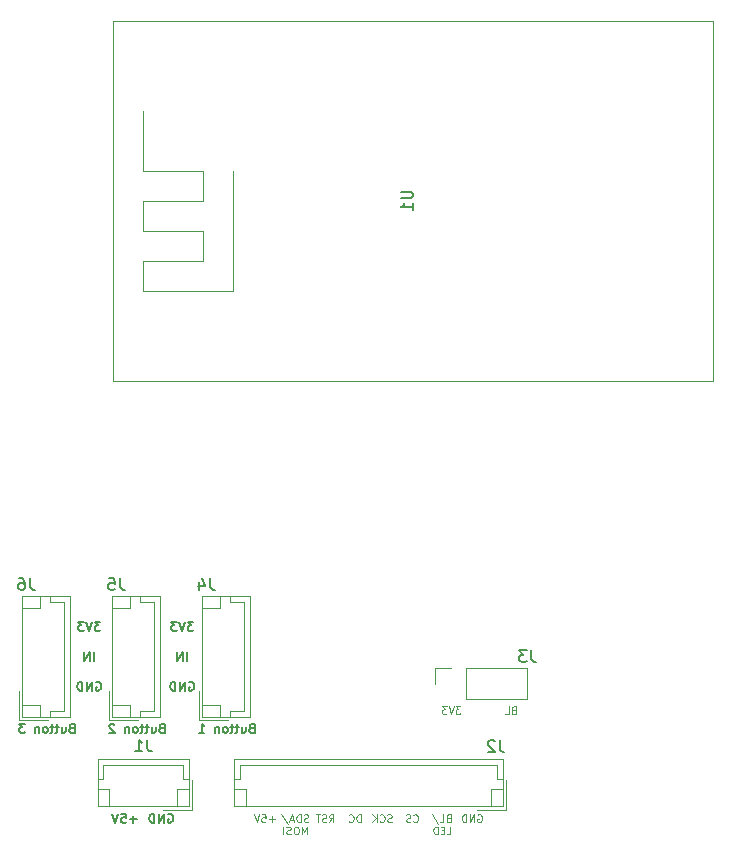
<source format=gbr>
%TF.GenerationSoftware,KiCad,Pcbnew,6.0.7*%
%TF.CreationDate,2022-11-18T13:15:14+01:00*%
%TF.ProjectId,game_board,67616d65-5f62-46f6-9172-642e6b696361,rev?*%
%TF.SameCoordinates,Original*%
%TF.FileFunction,Legend,Bot*%
%TF.FilePolarity,Positive*%
%FSLAX46Y46*%
G04 Gerber Fmt 4.6, Leading zero omitted, Abs format (unit mm)*
G04 Created by KiCad (PCBNEW 6.0.7) date 2022-11-18 13:15:14*
%MOMM*%
%LPD*%
G01*
G04 APERTURE LIST*
%ADD10C,0.101600*%
%ADD11C,0.150000*%
%ADD12C,0.120000*%
G04 APERTURE END LIST*
D10*
X208669809Y-230822500D02*
X208730285Y-230792261D01*
X208821000Y-230792261D01*
X208911714Y-230822500D01*
X208972190Y-230882976D01*
X209002428Y-230943452D01*
X209032666Y-231064404D01*
X209032666Y-231155119D01*
X209002428Y-231276071D01*
X208972190Y-231336547D01*
X208911714Y-231397023D01*
X208821000Y-231427261D01*
X208760523Y-231427261D01*
X208669809Y-231397023D01*
X208639571Y-231366785D01*
X208639571Y-231155119D01*
X208760523Y-231155119D01*
X208367428Y-231427261D02*
X208367428Y-230792261D01*
X208004571Y-231427261D01*
X208004571Y-230792261D01*
X207702190Y-231427261D02*
X207702190Y-230792261D01*
X207551000Y-230792261D01*
X207460285Y-230822500D01*
X207399809Y-230882976D01*
X207369571Y-230943452D01*
X207339333Y-231064404D01*
X207339333Y-231155119D01*
X207369571Y-231276071D01*
X207399809Y-231336547D01*
X207460285Y-231397023D01*
X207551000Y-231427261D01*
X207702190Y-231427261D01*
X206190285Y-231091467D02*
X206099571Y-231121705D01*
X206069333Y-231151944D01*
X206039095Y-231212420D01*
X206039095Y-231303134D01*
X206069333Y-231363610D01*
X206099571Y-231393848D01*
X206160047Y-231424086D01*
X206401952Y-231424086D01*
X206401952Y-230789086D01*
X206190285Y-230789086D01*
X206129809Y-230819325D01*
X206099571Y-230849563D01*
X206069333Y-230910039D01*
X206069333Y-230970515D01*
X206099571Y-231030991D01*
X206129809Y-231061229D01*
X206190285Y-231091467D01*
X206401952Y-231091467D01*
X205464571Y-231424086D02*
X205766952Y-231424086D01*
X205766952Y-230789086D01*
X204799333Y-230758848D02*
X205343619Y-231575277D01*
X206054214Y-232446436D02*
X206356595Y-232446436D01*
X206356595Y-231811436D01*
X205842547Y-232113817D02*
X205630880Y-232113817D01*
X205540166Y-232446436D02*
X205842547Y-232446436D01*
X205842547Y-231811436D01*
X205540166Y-231811436D01*
X205268023Y-232446436D02*
X205268023Y-231811436D01*
X205116833Y-231811436D01*
X205026119Y-231841675D01*
X204965642Y-231902151D01*
X204935404Y-231962627D01*
X204905166Y-232083579D01*
X204905166Y-232174294D01*
X204935404Y-232295246D01*
X204965642Y-232355722D01*
X205026119Y-232416198D01*
X205116833Y-232446436D01*
X205268023Y-232446436D01*
D11*
X179795714Y-231194428D02*
X179215142Y-231194428D01*
X179505428Y-231484714D02*
X179505428Y-230904142D01*
X178489428Y-230722714D02*
X178852285Y-230722714D01*
X178888571Y-231085571D01*
X178852285Y-231049285D01*
X178779714Y-231013000D01*
X178598285Y-231013000D01*
X178525714Y-231049285D01*
X178489428Y-231085571D01*
X178453142Y-231158142D01*
X178453142Y-231339571D01*
X178489428Y-231412142D01*
X178525714Y-231448428D01*
X178598285Y-231484714D01*
X178779714Y-231484714D01*
X178852285Y-231448428D01*
X178888571Y-231412142D01*
X178235428Y-230722714D02*
X177981428Y-231484714D01*
X177727428Y-230722714D01*
X189520285Y-223465571D02*
X189411428Y-223501857D01*
X189375142Y-223538142D01*
X189338857Y-223610714D01*
X189338857Y-223719571D01*
X189375142Y-223792142D01*
X189411428Y-223828428D01*
X189484000Y-223864714D01*
X189774285Y-223864714D01*
X189774285Y-223102714D01*
X189520285Y-223102714D01*
X189447714Y-223139000D01*
X189411428Y-223175285D01*
X189375142Y-223247857D01*
X189375142Y-223320428D01*
X189411428Y-223393000D01*
X189447714Y-223429285D01*
X189520285Y-223465571D01*
X189774285Y-223465571D01*
X188685714Y-223356714D02*
X188685714Y-223864714D01*
X189012285Y-223356714D02*
X189012285Y-223755857D01*
X188976000Y-223828428D01*
X188903428Y-223864714D01*
X188794571Y-223864714D01*
X188722000Y-223828428D01*
X188685714Y-223792142D01*
X188431714Y-223356714D02*
X188141428Y-223356714D01*
X188322857Y-223102714D02*
X188322857Y-223755857D01*
X188286571Y-223828428D01*
X188214000Y-223864714D01*
X188141428Y-223864714D01*
X187996285Y-223356714D02*
X187706000Y-223356714D01*
X187887428Y-223102714D02*
X187887428Y-223755857D01*
X187851142Y-223828428D01*
X187778571Y-223864714D01*
X187706000Y-223864714D01*
X187343142Y-223864714D02*
X187415714Y-223828428D01*
X187452000Y-223792142D01*
X187488285Y-223719571D01*
X187488285Y-223501857D01*
X187452000Y-223429285D01*
X187415714Y-223393000D01*
X187343142Y-223356714D01*
X187234285Y-223356714D01*
X187161714Y-223393000D01*
X187125428Y-223429285D01*
X187089142Y-223501857D01*
X187089142Y-223719571D01*
X187125428Y-223792142D01*
X187161714Y-223828428D01*
X187234285Y-223864714D01*
X187343142Y-223864714D01*
X186762571Y-223356714D02*
X186762571Y-223864714D01*
X186762571Y-223429285D02*
X186726285Y-223393000D01*
X186653714Y-223356714D01*
X186544857Y-223356714D01*
X186472285Y-223393000D01*
X186436000Y-223465571D01*
X186436000Y-223864714D01*
X185093428Y-223864714D02*
X185528857Y-223864714D01*
X185311142Y-223864714D02*
X185311142Y-223102714D01*
X185383714Y-223211571D01*
X185456285Y-223284142D01*
X185528857Y-223320428D01*
X176711428Y-214466714D02*
X176239714Y-214466714D01*
X176493714Y-214757000D01*
X176384857Y-214757000D01*
X176312285Y-214793285D01*
X176276000Y-214829571D01*
X176239714Y-214902142D01*
X176239714Y-215083571D01*
X176276000Y-215156142D01*
X176312285Y-215192428D01*
X176384857Y-215228714D01*
X176602571Y-215228714D01*
X176675142Y-215192428D01*
X176711428Y-215156142D01*
X176022000Y-214466714D02*
X175768000Y-215228714D01*
X175514000Y-214466714D01*
X175332571Y-214466714D02*
X174860857Y-214466714D01*
X175114857Y-214757000D01*
X175006000Y-214757000D01*
X174933428Y-214793285D01*
X174897142Y-214829571D01*
X174860857Y-214902142D01*
X174860857Y-215083571D01*
X174897142Y-215156142D01*
X174933428Y-215192428D01*
X175006000Y-215228714D01*
X175223714Y-215228714D01*
X175296285Y-215192428D01*
X175332571Y-215156142D01*
D10*
X198763809Y-231427261D02*
X198763809Y-230792261D01*
X198612619Y-230792261D01*
X198521904Y-230822500D01*
X198461428Y-230882976D01*
X198431190Y-230943452D01*
X198400952Y-231064404D01*
X198400952Y-231155119D01*
X198431190Y-231276071D01*
X198461428Y-231336547D01*
X198521904Y-231397023D01*
X198612619Y-231427261D01*
X198763809Y-231427261D01*
X197765952Y-231366785D02*
X197796190Y-231397023D01*
X197886904Y-231427261D01*
X197947380Y-231427261D01*
X198038095Y-231397023D01*
X198098571Y-231336547D01*
X198128809Y-231276071D01*
X198159047Y-231155119D01*
X198159047Y-231064404D01*
X198128809Y-230943452D01*
X198098571Y-230882976D01*
X198038095Y-230822500D01*
X197947380Y-230792261D01*
X197886904Y-230792261D01*
X197796190Y-230822500D01*
X197765952Y-230852738D01*
X191476428Y-231185357D02*
X190992619Y-231185357D01*
X191234523Y-231427261D02*
X191234523Y-230943452D01*
X190387857Y-230792261D02*
X190690238Y-230792261D01*
X190720476Y-231094642D01*
X190690238Y-231064404D01*
X190629761Y-231034166D01*
X190478571Y-231034166D01*
X190418095Y-231064404D01*
X190387857Y-231094642D01*
X190357619Y-231155119D01*
X190357619Y-231306309D01*
X190387857Y-231366785D01*
X190418095Y-231397023D01*
X190478571Y-231427261D01*
X190629761Y-231427261D01*
X190690238Y-231397023D01*
X190720476Y-231366785D01*
X190176190Y-230792261D02*
X189964523Y-231427261D01*
X189752857Y-230792261D01*
D11*
X184041142Y-217768714D02*
X184041142Y-217006714D01*
X183678285Y-217768714D02*
X183678285Y-217006714D01*
X183242857Y-217768714D01*
X183242857Y-217006714D01*
X176348571Y-219583000D02*
X176421142Y-219546714D01*
X176530000Y-219546714D01*
X176638857Y-219583000D01*
X176711428Y-219655571D01*
X176747714Y-219728142D01*
X176784000Y-219873285D01*
X176784000Y-219982142D01*
X176747714Y-220127285D01*
X176711428Y-220199857D01*
X176638857Y-220272428D01*
X176530000Y-220308714D01*
X176457428Y-220308714D01*
X176348571Y-220272428D01*
X176312285Y-220236142D01*
X176312285Y-219982142D01*
X176457428Y-219982142D01*
X175985714Y-220308714D02*
X175985714Y-219546714D01*
X175550285Y-220308714D01*
X175550285Y-219546714D01*
X175187428Y-220308714D02*
X175187428Y-219546714D01*
X175006000Y-219546714D01*
X174897142Y-219583000D01*
X174824571Y-219655571D01*
X174788285Y-219728142D01*
X174752000Y-219873285D01*
X174752000Y-219982142D01*
X174788285Y-220127285D01*
X174824571Y-220199857D01*
X174897142Y-220272428D01*
X175006000Y-220308714D01*
X175187428Y-220308714D01*
D10*
X211699666Y-221950642D02*
X211608952Y-221980880D01*
X211578714Y-222011119D01*
X211548476Y-222071595D01*
X211548476Y-222162309D01*
X211578714Y-222222785D01*
X211608952Y-222253023D01*
X211669428Y-222283261D01*
X211911333Y-222283261D01*
X211911333Y-221648261D01*
X211699666Y-221648261D01*
X211639190Y-221678500D01*
X211608952Y-221708738D01*
X211578714Y-221769214D01*
X211578714Y-221829690D01*
X211608952Y-221890166D01*
X211639190Y-221920404D01*
X211699666Y-221950642D01*
X211911333Y-221950642D01*
X210973952Y-222283261D02*
X211276333Y-222283261D01*
X211276333Y-221648261D01*
D11*
X176167142Y-217768714D02*
X176167142Y-217006714D01*
X175804285Y-217768714D02*
X175804285Y-217006714D01*
X175368857Y-217768714D01*
X175368857Y-217006714D01*
X184222571Y-219583000D02*
X184295142Y-219546714D01*
X184404000Y-219546714D01*
X184512857Y-219583000D01*
X184585428Y-219655571D01*
X184621714Y-219728142D01*
X184658000Y-219873285D01*
X184658000Y-219982142D01*
X184621714Y-220127285D01*
X184585428Y-220199857D01*
X184512857Y-220272428D01*
X184404000Y-220308714D01*
X184331428Y-220308714D01*
X184222571Y-220272428D01*
X184186285Y-220236142D01*
X184186285Y-219982142D01*
X184331428Y-219982142D01*
X183859714Y-220308714D02*
X183859714Y-219546714D01*
X183424285Y-220308714D01*
X183424285Y-219546714D01*
X183061428Y-220308714D02*
X183061428Y-219546714D01*
X182880000Y-219546714D01*
X182771142Y-219583000D01*
X182698571Y-219655571D01*
X182662285Y-219728142D01*
X182626000Y-219873285D01*
X182626000Y-219982142D01*
X182662285Y-220127285D01*
X182698571Y-220199857D01*
X182771142Y-220272428D01*
X182880000Y-220308714D01*
X183061428Y-220308714D01*
D10*
X196087738Y-231427261D02*
X196299404Y-231124880D01*
X196450595Y-231427261D02*
X196450595Y-230792261D01*
X196208690Y-230792261D01*
X196148214Y-230822500D01*
X196117976Y-230852738D01*
X196087738Y-230913214D01*
X196087738Y-231003928D01*
X196117976Y-231064404D01*
X196148214Y-231094642D01*
X196208690Y-231124880D01*
X196450595Y-231124880D01*
X195845833Y-231397023D02*
X195755119Y-231427261D01*
X195603928Y-231427261D01*
X195543452Y-231397023D01*
X195513214Y-231366785D01*
X195482976Y-231306309D01*
X195482976Y-231245833D01*
X195513214Y-231185357D01*
X195543452Y-231155119D01*
X195603928Y-231124880D01*
X195724880Y-231094642D01*
X195785357Y-231064404D01*
X195815595Y-231034166D01*
X195845833Y-230973690D01*
X195845833Y-230913214D01*
X195815595Y-230852738D01*
X195785357Y-230822500D01*
X195724880Y-230792261D01*
X195573690Y-230792261D01*
X195482976Y-230822500D01*
X195301547Y-230792261D02*
X194938690Y-230792261D01*
X195120119Y-231427261D02*
X195120119Y-230792261D01*
D11*
X184585428Y-214466714D02*
X184113714Y-214466714D01*
X184367714Y-214757000D01*
X184258857Y-214757000D01*
X184186285Y-214793285D01*
X184150000Y-214829571D01*
X184113714Y-214902142D01*
X184113714Y-215083571D01*
X184150000Y-215156142D01*
X184186285Y-215192428D01*
X184258857Y-215228714D01*
X184476571Y-215228714D01*
X184549142Y-215192428D01*
X184585428Y-215156142D01*
X183896000Y-214466714D02*
X183642000Y-215228714D01*
X183388000Y-214466714D01*
X183206571Y-214466714D02*
X182734857Y-214466714D01*
X182988857Y-214757000D01*
X182880000Y-214757000D01*
X182807428Y-214793285D01*
X182771142Y-214829571D01*
X182734857Y-214902142D01*
X182734857Y-215083571D01*
X182771142Y-215156142D01*
X182807428Y-215192428D01*
X182880000Y-215228714D01*
X183097714Y-215228714D01*
X183170285Y-215192428D01*
X183206571Y-215156142D01*
X174280285Y-223465571D02*
X174171428Y-223501857D01*
X174135142Y-223538142D01*
X174098857Y-223610714D01*
X174098857Y-223719571D01*
X174135142Y-223792142D01*
X174171428Y-223828428D01*
X174244000Y-223864714D01*
X174534285Y-223864714D01*
X174534285Y-223102714D01*
X174280285Y-223102714D01*
X174207714Y-223139000D01*
X174171428Y-223175285D01*
X174135142Y-223247857D01*
X174135142Y-223320428D01*
X174171428Y-223393000D01*
X174207714Y-223429285D01*
X174280285Y-223465571D01*
X174534285Y-223465571D01*
X173445714Y-223356714D02*
X173445714Y-223864714D01*
X173772285Y-223356714D02*
X173772285Y-223755857D01*
X173736000Y-223828428D01*
X173663428Y-223864714D01*
X173554571Y-223864714D01*
X173482000Y-223828428D01*
X173445714Y-223792142D01*
X173191714Y-223356714D02*
X172901428Y-223356714D01*
X173082857Y-223102714D02*
X173082857Y-223755857D01*
X173046571Y-223828428D01*
X172974000Y-223864714D01*
X172901428Y-223864714D01*
X172756285Y-223356714D02*
X172466000Y-223356714D01*
X172647428Y-223102714D02*
X172647428Y-223755857D01*
X172611142Y-223828428D01*
X172538571Y-223864714D01*
X172466000Y-223864714D01*
X172103142Y-223864714D02*
X172175714Y-223828428D01*
X172212000Y-223792142D01*
X172248285Y-223719571D01*
X172248285Y-223501857D01*
X172212000Y-223429285D01*
X172175714Y-223393000D01*
X172103142Y-223356714D01*
X171994285Y-223356714D01*
X171921714Y-223393000D01*
X171885428Y-223429285D01*
X171849142Y-223501857D01*
X171849142Y-223719571D01*
X171885428Y-223792142D01*
X171921714Y-223828428D01*
X171994285Y-223864714D01*
X172103142Y-223864714D01*
X171522571Y-223356714D02*
X171522571Y-223864714D01*
X171522571Y-223429285D02*
X171486285Y-223393000D01*
X171413714Y-223356714D01*
X171304857Y-223356714D01*
X171232285Y-223393000D01*
X171196000Y-223465571D01*
X171196000Y-223864714D01*
X170325142Y-223102714D02*
X169853428Y-223102714D01*
X170107428Y-223393000D01*
X169998571Y-223393000D01*
X169926000Y-223429285D01*
X169889714Y-223465571D01*
X169853428Y-223538142D01*
X169853428Y-223719571D01*
X169889714Y-223792142D01*
X169926000Y-223828428D01*
X169998571Y-223864714D01*
X170216285Y-223864714D01*
X170288857Y-223828428D01*
X170325142Y-223792142D01*
D10*
X207194190Y-221648261D02*
X206801095Y-221648261D01*
X207012761Y-221890166D01*
X206922047Y-221890166D01*
X206861571Y-221920404D01*
X206831333Y-221950642D01*
X206801095Y-222011119D01*
X206801095Y-222162309D01*
X206831333Y-222222785D01*
X206861571Y-222253023D01*
X206922047Y-222283261D01*
X207103476Y-222283261D01*
X207163952Y-222253023D01*
X207194190Y-222222785D01*
X206619666Y-221648261D02*
X206408000Y-222283261D01*
X206196333Y-221648261D01*
X206045142Y-221648261D02*
X205652047Y-221648261D01*
X205863714Y-221890166D01*
X205773000Y-221890166D01*
X205712523Y-221920404D01*
X205682285Y-221950642D01*
X205652047Y-222011119D01*
X205652047Y-222162309D01*
X205682285Y-222222785D01*
X205712523Y-222253023D01*
X205773000Y-222283261D01*
X205954428Y-222283261D01*
X206014904Y-222253023D01*
X206045142Y-222222785D01*
X203211833Y-231366785D02*
X203242071Y-231397023D01*
X203332785Y-231427261D01*
X203393261Y-231427261D01*
X203483976Y-231397023D01*
X203544452Y-231336547D01*
X203574690Y-231276071D01*
X203604928Y-231155119D01*
X203604928Y-231064404D01*
X203574690Y-230943452D01*
X203544452Y-230882976D01*
X203483976Y-230822500D01*
X203393261Y-230792261D01*
X203332785Y-230792261D01*
X203242071Y-230822500D01*
X203211833Y-230852738D01*
X202969928Y-231397023D02*
X202879214Y-231427261D01*
X202728023Y-231427261D01*
X202667547Y-231397023D01*
X202637309Y-231366785D01*
X202607071Y-231306309D01*
X202607071Y-231245833D01*
X202637309Y-231185357D01*
X202667547Y-231155119D01*
X202728023Y-231124880D01*
X202848976Y-231094642D01*
X202909452Y-231064404D01*
X202939690Y-231034166D01*
X202969928Y-230973690D01*
X202969928Y-230913214D01*
X202939690Y-230852738D01*
X202909452Y-230822500D01*
X202848976Y-230792261D01*
X202697785Y-230792261D01*
X202607071Y-230822500D01*
D11*
X182444571Y-230759000D02*
X182517142Y-230722714D01*
X182626000Y-230722714D01*
X182734857Y-230759000D01*
X182807428Y-230831571D01*
X182843714Y-230904142D01*
X182880000Y-231049285D01*
X182880000Y-231158142D01*
X182843714Y-231303285D01*
X182807428Y-231375857D01*
X182734857Y-231448428D01*
X182626000Y-231484714D01*
X182553428Y-231484714D01*
X182444571Y-231448428D01*
X182408285Y-231412142D01*
X182408285Y-231158142D01*
X182553428Y-231158142D01*
X182081714Y-231484714D02*
X182081714Y-230722714D01*
X181646285Y-231484714D01*
X181646285Y-230722714D01*
X181283428Y-231484714D02*
X181283428Y-230722714D01*
X181102000Y-230722714D01*
X180993142Y-230759000D01*
X180920571Y-230831571D01*
X180884285Y-230904142D01*
X180848000Y-231049285D01*
X180848000Y-231158142D01*
X180884285Y-231303285D01*
X180920571Y-231375857D01*
X180993142Y-231448428D01*
X181102000Y-231484714D01*
X181283428Y-231484714D01*
D10*
X201382428Y-231397023D02*
X201291714Y-231427261D01*
X201140523Y-231427261D01*
X201080047Y-231397023D01*
X201049809Y-231366785D01*
X201019571Y-231306309D01*
X201019571Y-231245833D01*
X201049809Y-231185357D01*
X201080047Y-231155119D01*
X201140523Y-231124880D01*
X201261476Y-231094642D01*
X201321952Y-231064404D01*
X201352190Y-231034166D01*
X201382428Y-230973690D01*
X201382428Y-230913214D01*
X201352190Y-230852738D01*
X201321952Y-230822500D01*
X201261476Y-230792261D01*
X201110285Y-230792261D01*
X201019571Y-230822500D01*
X200384571Y-231366785D02*
X200414809Y-231397023D01*
X200505523Y-231427261D01*
X200566000Y-231427261D01*
X200656714Y-231397023D01*
X200717190Y-231336547D01*
X200747428Y-231276071D01*
X200777666Y-231155119D01*
X200777666Y-231064404D01*
X200747428Y-230943452D01*
X200717190Y-230882976D01*
X200656714Y-230822500D01*
X200566000Y-230792261D01*
X200505523Y-230792261D01*
X200414809Y-230822500D01*
X200384571Y-230852738D01*
X200112428Y-231427261D02*
X200112428Y-230792261D01*
X199749571Y-231427261D02*
X200021714Y-231064404D01*
X199749571Y-230792261D02*
X200112428Y-231155119D01*
D11*
X181900285Y-223465571D02*
X181791428Y-223501857D01*
X181755142Y-223538142D01*
X181718857Y-223610714D01*
X181718857Y-223719571D01*
X181755142Y-223792142D01*
X181791428Y-223828428D01*
X181864000Y-223864714D01*
X182154285Y-223864714D01*
X182154285Y-223102714D01*
X181900285Y-223102714D01*
X181827714Y-223139000D01*
X181791428Y-223175285D01*
X181755142Y-223247857D01*
X181755142Y-223320428D01*
X181791428Y-223393000D01*
X181827714Y-223429285D01*
X181900285Y-223465571D01*
X182154285Y-223465571D01*
X181065714Y-223356714D02*
X181065714Y-223864714D01*
X181392285Y-223356714D02*
X181392285Y-223755857D01*
X181356000Y-223828428D01*
X181283428Y-223864714D01*
X181174571Y-223864714D01*
X181102000Y-223828428D01*
X181065714Y-223792142D01*
X180811714Y-223356714D02*
X180521428Y-223356714D01*
X180702857Y-223102714D02*
X180702857Y-223755857D01*
X180666571Y-223828428D01*
X180594000Y-223864714D01*
X180521428Y-223864714D01*
X180376285Y-223356714D02*
X180086000Y-223356714D01*
X180267428Y-223102714D02*
X180267428Y-223755857D01*
X180231142Y-223828428D01*
X180158571Y-223864714D01*
X180086000Y-223864714D01*
X179723142Y-223864714D02*
X179795714Y-223828428D01*
X179832000Y-223792142D01*
X179868285Y-223719571D01*
X179868285Y-223501857D01*
X179832000Y-223429285D01*
X179795714Y-223393000D01*
X179723142Y-223356714D01*
X179614285Y-223356714D01*
X179541714Y-223393000D01*
X179505428Y-223429285D01*
X179469142Y-223501857D01*
X179469142Y-223719571D01*
X179505428Y-223792142D01*
X179541714Y-223828428D01*
X179614285Y-223864714D01*
X179723142Y-223864714D01*
X179142571Y-223356714D02*
X179142571Y-223864714D01*
X179142571Y-223429285D02*
X179106285Y-223393000D01*
X179033714Y-223356714D01*
X178924857Y-223356714D01*
X178852285Y-223393000D01*
X178816000Y-223465571D01*
X178816000Y-223864714D01*
X177908857Y-223175285D02*
X177872571Y-223139000D01*
X177800000Y-223102714D01*
X177618571Y-223102714D01*
X177546000Y-223139000D01*
X177509714Y-223175285D01*
X177473428Y-223247857D01*
X177473428Y-223320428D01*
X177509714Y-223429285D01*
X177945142Y-223864714D01*
X177473428Y-223864714D01*
D10*
X194303690Y-231393848D02*
X194212976Y-231424086D01*
X194061785Y-231424086D01*
X194001309Y-231393848D01*
X193971071Y-231363610D01*
X193940833Y-231303134D01*
X193940833Y-231242658D01*
X193971071Y-231182182D01*
X194001309Y-231151944D01*
X194061785Y-231121705D01*
X194182738Y-231091467D01*
X194243214Y-231061229D01*
X194273452Y-231030991D01*
X194303690Y-230970515D01*
X194303690Y-230910039D01*
X194273452Y-230849563D01*
X194243214Y-230819325D01*
X194182738Y-230789086D01*
X194031547Y-230789086D01*
X193940833Y-230819325D01*
X193668690Y-231424086D02*
X193668690Y-230789086D01*
X193517500Y-230789086D01*
X193426785Y-230819325D01*
X193366309Y-230879801D01*
X193336071Y-230940277D01*
X193305833Y-231061229D01*
X193305833Y-231151944D01*
X193336071Y-231272896D01*
X193366309Y-231333372D01*
X193426785Y-231393848D01*
X193517500Y-231424086D01*
X193668690Y-231424086D01*
X193063928Y-231242658D02*
X192761547Y-231242658D01*
X193124404Y-231424086D02*
X192912738Y-230789086D01*
X192701071Y-231424086D01*
X192035833Y-230758848D02*
X192580119Y-231575277D01*
X194197857Y-232446436D02*
X194197857Y-231811436D01*
X193986190Y-232265008D01*
X193774523Y-231811436D01*
X193774523Y-232446436D01*
X193351190Y-231811436D02*
X193230238Y-231811436D01*
X193169761Y-231841675D01*
X193109285Y-231902151D01*
X193079047Y-232023103D01*
X193079047Y-232234770D01*
X193109285Y-232355722D01*
X193169761Y-232416198D01*
X193230238Y-232446436D01*
X193351190Y-232446436D01*
X193411666Y-232416198D01*
X193472142Y-232355722D01*
X193502380Y-232234770D01*
X193502380Y-232023103D01*
X193472142Y-231902151D01*
X193411666Y-231841675D01*
X193351190Y-231811436D01*
X192837142Y-232416198D02*
X192746428Y-232446436D01*
X192595238Y-232446436D01*
X192534761Y-232416198D01*
X192504523Y-232385960D01*
X192474285Y-232325484D01*
X192474285Y-232265008D01*
X192504523Y-232204532D01*
X192534761Y-232174294D01*
X192595238Y-232144055D01*
X192716190Y-232113817D01*
X192776666Y-232083579D01*
X192806904Y-232053341D01*
X192837142Y-231992865D01*
X192837142Y-231932389D01*
X192806904Y-231871913D01*
X192776666Y-231841675D01*
X192716190Y-231811436D01*
X192565000Y-231811436D01*
X192474285Y-231841675D01*
X192202142Y-232446436D02*
X192202142Y-231811436D01*
D11*
%TO.C,J2*%
X210525333Y-224496380D02*
X210525333Y-225210666D01*
X210572952Y-225353523D01*
X210668190Y-225448761D01*
X210811047Y-225496380D01*
X210906285Y-225496380D01*
X210096761Y-224591619D02*
X210049142Y-224544000D01*
X209953904Y-224496380D01*
X209715809Y-224496380D01*
X209620571Y-224544000D01*
X209572952Y-224591619D01*
X209525333Y-224686857D01*
X209525333Y-224782095D01*
X209572952Y-224924952D01*
X210144380Y-225496380D01*
X209525333Y-225496380D01*
%TO.C,U1*%
X202152380Y-178054095D02*
X202961904Y-178054095D01*
X203057142Y-178101714D01*
X203104761Y-178149333D01*
X203152380Y-178244571D01*
X203152380Y-178435047D01*
X203104761Y-178530285D01*
X203057142Y-178577904D01*
X202961904Y-178625523D01*
X202152380Y-178625523D01*
X203152380Y-179625523D02*
X203152380Y-179054095D01*
X203152380Y-179339809D02*
X202152380Y-179339809D01*
X202295238Y-179244571D01*
X202390476Y-179149333D01*
X202438095Y-179054095D01*
%TO.C,J1*%
X180673333Y-224444380D02*
X180673333Y-225158666D01*
X180720952Y-225301523D01*
X180816190Y-225396761D01*
X180959047Y-225444380D01*
X181054285Y-225444380D01*
X179673333Y-225444380D02*
X180244761Y-225444380D01*
X179959047Y-225444380D02*
X179959047Y-224444380D01*
X180054285Y-224587238D01*
X180149523Y-224682476D01*
X180244761Y-224730095D01*
%TO.C,J3*%
X213185333Y-216876380D02*
X213185333Y-217590666D01*
X213232952Y-217733523D01*
X213328190Y-217828761D01*
X213471047Y-217876380D01*
X213566285Y-217876380D01*
X212804380Y-216876380D02*
X212185333Y-216876380D01*
X212518666Y-217257333D01*
X212375809Y-217257333D01*
X212280571Y-217304952D01*
X212232952Y-217352571D01*
X212185333Y-217447809D01*
X212185333Y-217685904D01*
X212232952Y-217781142D01*
X212280571Y-217828761D01*
X212375809Y-217876380D01*
X212661523Y-217876380D01*
X212756761Y-217828761D01*
X212804380Y-217781142D01*
%TO.C,J5*%
X178387333Y-210780380D02*
X178387333Y-211494666D01*
X178434952Y-211637523D01*
X178530190Y-211732761D01*
X178673047Y-211780380D01*
X178768285Y-211780380D01*
X177434952Y-210780380D02*
X177911142Y-210780380D01*
X177958761Y-211256571D01*
X177911142Y-211208952D01*
X177815904Y-211161333D01*
X177577809Y-211161333D01*
X177482571Y-211208952D01*
X177434952Y-211256571D01*
X177387333Y-211351809D01*
X177387333Y-211589904D01*
X177434952Y-211685142D01*
X177482571Y-211732761D01*
X177577809Y-211780380D01*
X177815904Y-211780380D01*
X177911142Y-211732761D01*
X177958761Y-211685142D01*
%TO.C,J4*%
X186007333Y-210780380D02*
X186007333Y-211494666D01*
X186054952Y-211637523D01*
X186150190Y-211732761D01*
X186293047Y-211780380D01*
X186388285Y-211780380D01*
X185102571Y-211113714D02*
X185102571Y-211780380D01*
X185340666Y-210732761D02*
X185578761Y-211447047D01*
X184959714Y-211447047D01*
%TO.C,J6*%
X170767333Y-210780380D02*
X170767333Y-211494666D01*
X170814952Y-211637523D01*
X170910190Y-211732761D01*
X171053047Y-211780380D01*
X171148285Y-211780380D01*
X169862571Y-210780380D02*
X170053047Y-210780380D01*
X170148285Y-210828000D01*
X170195904Y-210875619D01*
X170291142Y-211018476D01*
X170338761Y-211208952D01*
X170338761Y-211589904D01*
X170291142Y-211685142D01*
X170243523Y-211732761D01*
X170148285Y-211780380D01*
X169957809Y-211780380D01*
X169862571Y-211732761D01*
X169814952Y-211685142D01*
X169767333Y-211589904D01*
X169767333Y-211351809D01*
X169814952Y-211256571D01*
X169862571Y-211208952D01*
X169957809Y-211161333D01*
X170148285Y-211161333D01*
X170243523Y-211208952D01*
X170291142Y-211256571D01*
X170338761Y-211351809D01*
D12*
%TO.C,J2*%
X189050000Y-228602000D02*
X189050000Y-230102000D01*
X210770000Y-230102000D02*
X188050000Y-230102000D01*
X188550000Y-227792000D02*
X188050000Y-227792000D01*
X210770000Y-226082000D02*
X210770000Y-230102000D01*
X211070000Y-230402000D02*
X208570000Y-230402000D01*
X210270000Y-226582000D02*
X188550000Y-226582000D01*
X188050000Y-230102000D02*
X188050000Y-226082000D01*
X210770000Y-228602000D02*
X209770000Y-228602000D01*
X188550000Y-226582000D02*
X188550000Y-227792000D01*
X209770000Y-228602000D02*
X209770000Y-230102000D01*
X210770000Y-227792000D02*
X210270000Y-227792000D01*
X210270000Y-227792000D02*
X210270000Y-226582000D01*
X211070000Y-227902000D02*
X211070000Y-230402000D01*
X188050000Y-226082000D02*
X210770000Y-226082000D01*
X188050000Y-228602000D02*
X189050000Y-228602000D01*
%TO.C,U1*%
X180340000Y-176276000D02*
X180340000Y-171196000D01*
X180340000Y-181356000D02*
X180340000Y-178816000D01*
X185420000Y-176276000D02*
X180340000Y-176276000D01*
X180340000Y-178816000D02*
X185420000Y-178816000D01*
X185420000Y-183896000D02*
X185420000Y-181356000D01*
X187960000Y-186436000D02*
X180340000Y-186436000D01*
X180340000Y-186436000D02*
X180340000Y-183896000D01*
X187960000Y-176276000D02*
X187960000Y-186436000D01*
X185420000Y-181356000D02*
X180340000Y-181356000D01*
X180340000Y-183896000D02*
X185420000Y-183896000D01*
X185420000Y-178816000D02*
X185420000Y-176276000D01*
X177800000Y-163576000D02*
X228600000Y-163576000D01*
X228600000Y-163576000D02*
X228600000Y-194056000D01*
X228600000Y-194056000D02*
X177800000Y-194056000D01*
X177800000Y-194056000D02*
X177800000Y-163576000D01*
%TO.C,J1*%
X184500000Y-227902000D02*
X184500000Y-230402000D01*
X183700000Y-226582000D02*
X176980000Y-226582000D01*
X184200000Y-230102000D02*
X176480000Y-230102000D01*
X176480000Y-230102000D02*
X176480000Y-226082000D01*
X177480000Y-228602000D02*
X177480000Y-230102000D01*
X184200000Y-227792000D02*
X183700000Y-227792000D01*
X176980000Y-227792000D02*
X176480000Y-227792000D01*
X184200000Y-226082000D02*
X184200000Y-230102000D01*
X176480000Y-228602000D02*
X177480000Y-228602000D01*
X184200000Y-228602000D02*
X183200000Y-228602000D01*
X184500000Y-230402000D02*
X182000000Y-230402000D01*
X183200000Y-228602000D02*
X183200000Y-230102000D01*
X183700000Y-227792000D02*
X183700000Y-226582000D01*
X176480000Y-226082000D02*
X184200000Y-226082000D01*
X176980000Y-226582000D02*
X176980000Y-227792000D01*
%TO.C,J3*%
X207678000Y-218380000D02*
X207678000Y-221040000D01*
X207678000Y-221040000D02*
X212818000Y-221040000D01*
X212818000Y-218380000D02*
X212818000Y-221040000D01*
X206408000Y-218380000D02*
X205078000Y-218380000D01*
X207678000Y-218380000D02*
X212818000Y-218380000D01*
X205078000Y-218380000D02*
X205078000Y-219710000D01*
%TO.C,J5*%
X181250000Y-222034000D02*
X181250000Y-212814000D01*
X179230000Y-212314000D02*
X179230000Y-213314000D01*
X179930000Y-222834000D02*
X177430000Y-222834000D01*
X180040000Y-222534000D02*
X180040000Y-222034000D01*
X181750000Y-222534000D02*
X177730000Y-222534000D01*
X181250000Y-212814000D02*
X180040000Y-212814000D01*
X177430000Y-222834000D02*
X177430000Y-220334000D01*
X177730000Y-222534000D02*
X177730000Y-212314000D01*
X181750000Y-212314000D02*
X181750000Y-222534000D01*
X180040000Y-222034000D02*
X181250000Y-222034000D01*
X179230000Y-222534000D02*
X179230000Y-221534000D01*
X180040000Y-212814000D02*
X180040000Y-212314000D01*
X177730000Y-212314000D02*
X181750000Y-212314000D01*
X179230000Y-213314000D02*
X177730000Y-213314000D01*
X179230000Y-221534000D02*
X177730000Y-221534000D01*
%TO.C,J4*%
X186850000Y-212314000D02*
X186850000Y-213314000D01*
X187660000Y-222034000D02*
X188870000Y-222034000D01*
X187660000Y-222534000D02*
X187660000Y-222034000D01*
X185350000Y-222534000D02*
X185350000Y-212314000D01*
X185050000Y-222834000D02*
X185050000Y-220334000D01*
X186850000Y-222534000D02*
X186850000Y-221534000D01*
X187660000Y-212814000D02*
X187660000Y-212314000D01*
X186850000Y-221534000D02*
X185350000Y-221534000D01*
X188870000Y-212814000D02*
X187660000Y-212814000D01*
X185350000Y-212314000D02*
X189370000Y-212314000D01*
X187550000Y-222834000D02*
X185050000Y-222834000D01*
X189370000Y-222534000D02*
X185350000Y-222534000D01*
X186850000Y-213314000D02*
X185350000Y-213314000D01*
X188870000Y-222034000D02*
X188870000Y-212814000D01*
X189370000Y-212314000D02*
X189370000Y-222534000D01*
%TO.C,J6*%
X174130000Y-222534000D02*
X170110000Y-222534000D01*
X173630000Y-212814000D02*
X172420000Y-212814000D01*
X171610000Y-221534000D02*
X170110000Y-221534000D01*
X169810000Y-222834000D02*
X169810000Y-220334000D01*
X172420000Y-212814000D02*
X172420000Y-212314000D01*
X172420000Y-222534000D02*
X172420000Y-222034000D01*
X170110000Y-212314000D02*
X174130000Y-212314000D01*
X171610000Y-213314000D02*
X170110000Y-213314000D01*
X172310000Y-222834000D02*
X169810000Y-222834000D01*
X171610000Y-212314000D02*
X171610000Y-213314000D01*
X174130000Y-212314000D02*
X174130000Y-222534000D01*
X173630000Y-222034000D02*
X173630000Y-212814000D01*
X171610000Y-222534000D02*
X171610000Y-221534000D01*
X170110000Y-222534000D02*
X170110000Y-212314000D01*
X172420000Y-222034000D02*
X173630000Y-222034000D01*
%TD*%
M02*

</source>
